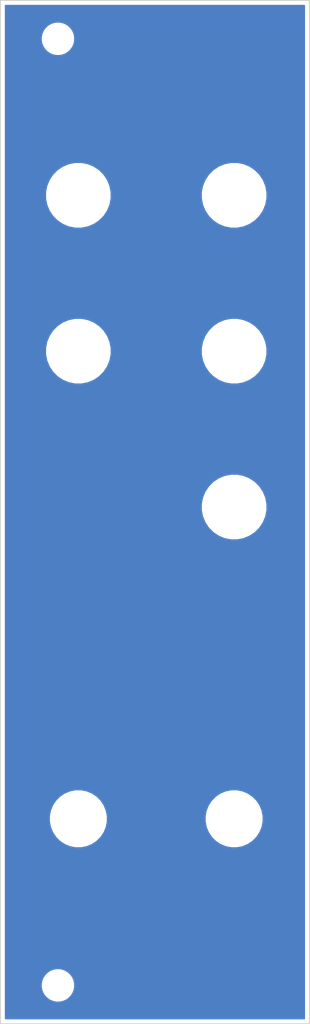
<source format=kicad_pcb>
(kicad_pcb (version 20171130) (host pcbnew 5.1.5-52549c5~84~ubuntu19.04.1)

  (general
    (thickness 1.6)
    (drawings 11)
    (tracks 0)
    (zones 0)
    (modules 9)
    (nets 1)
  )

  (page A4)
  (title_block
    (title Metalizer)
    (date 2020-02-15)
    (rev R01)
    (comment 1 "Original design by Yves Usson")
    (comment 2 "PCB for panel")
    (comment 4 "License CC BY 4.0 - Attribution 4.0 International")
  )

  (layers
    (0 F.Cu signal)
    (31 B.Cu signal)
    (32 B.Adhes user)
    (33 F.Adhes user)
    (34 B.Paste user)
    (35 F.Paste user)
    (36 B.SilkS user)
    (37 F.SilkS user)
    (38 B.Mask user)
    (39 F.Mask user)
    (40 Dwgs.User user)
    (41 Cmts.User user)
    (42 Eco1.User user)
    (43 Eco2.User user)
    (44 Edge.Cuts user)
    (45 Margin user)
    (46 B.CrtYd user)
    (47 F.CrtYd user)
    (48 B.Fab user)
    (49 F.Fab user)
  )

  (setup
    (last_trace_width 0.25)
    (trace_clearance 0.2)
    (zone_clearance 0.508)
    (zone_45_only no)
    (trace_min 0.2)
    (via_size 0.8)
    (via_drill 0.4)
    (via_min_size 0.4)
    (via_min_drill 0.3)
    (uvia_size 0.3)
    (uvia_drill 0.1)
    (uvias_allowed no)
    (uvia_min_size 0.2)
    (uvia_min_drill 0.1)
    (edge_width 0.05)
    (segment_width 0.2)
    (pcb_text_width 0.3)
    (pcb_text_size 1.5 1.5)
    (mod_edge_width 0.12)
    (mod_text_size 1 1)
    (mod_text_width 0.15)
    (pad_size 3.2 3.2)
    (pad_drill 3.2)
    (pad_to_mask_clearance 0.051)
    (solder_mask_min_width 0.25)
    (aux_axis_origin 0 0)
    (visible_elements FFFFFF7F)
    (pcbplotparams
      (layerselection 0x010fc_ffffffff)
      (usegerberextensions false)
      (usegerberattributes false)
      (usegerberadvancedattributes false)
      (creategerberjobfile false)
      (excludeedgelayer true)
      (linewidth 0.100000)
      (plotframeref false)
      (viasonmask false)
      (mode 1)
      (useauxorigin false)
      (hpglpennumber 1)
      (hpglpenspeed 20)
      (hpglpendiameter 15.000000)
      (psnegative false)
      (psa4output false)
      (plotreference true)
      (plotvalue true)
      (plotinvisibletext false)
      (padsonsilk false)
      (subtractmaskfromsilk false)
      (outputformat 1)
      (mirror false)
      (drillshape 0)
      (scaleselection 1)
      (outputdirectory "gerbers"))
  )

  (net 0 "")

  (net_class Default "This is the default net class."
    (clearance 0.2)
    (trace_width 0.25)
    (via_dia 0.8)
    (via_drill 0.4)
    (uvia_dia 0.3)
    (uvia_drill 0.1)
  )

  (module elektrophon:panel_potentiometer (layer F.Cu) (tedit 5DA46CEF) (tstamp 5E4009DE)
    (at 35.56 71.12)
    (descr "Mounting Hole 8.4mm, no annular, M8")
    (tags "mounting hole 8.4mm no annular m8")
    (path /5E400CC0)
    (attr virtual)
    (fp_text reference H2 (at 0 -9.4) (layer F.SilkS) hide
      (effects (font (size 1 1) (thickness 0.15)))
    )
    (fp_text value cv (at 0 9.144) (layer F.Mask)
      (effects (font (size 2 1.4) (thickness 0.25)))
    )
    (fp_circle (center 0 0) (end 6.6 0) (layer F.CrtYd) (width 0.05))
    (fp_circle (center 0 0) (end 6.35 0) (layer Cmts.User) (width 0.15))
    (fp_text user %R (at 0.3 0) (layer F.Fab)
      (effects (font (size 1 1) (thickness 0.15)))
    )
    (pad "" np_thru_hole circle (at 0 0) (size 7.4 7.4) (drill 7.4) (layers *.Cu *.Mask))
    (model "${KIPRJMOD}/../../../lib/kicad/models/chroma cap.step"
      (offset (xyz 0 0 8))
      (scale (xyz 1 1 1))
      (rotate (xyz -90 0 0))
    )
  )

  (module elektrophon:panel_potentiometer (layer F.Cu) (tedit 5DA46CEF) (tstamp 5E4009D6)
    (at 35.56 50.8)
    (descr "Mounting Hole 8.4mm, no annular, M8")
    (tags "mounting hole 8.4mm no annular m8")
    (path /5E400AEC)
    (attr virtual)
    (fp_text reference H1 (at 0 -9.4) (layer F.SilkS) hide
      (effects (font (size 1 1) (thickness 0.15)))
    )
    (fp_text value cv (at 0 9.144) (layer F.Mask)
      (effects (font (size 2 1.4) (thickness 0.25)))
    )
    (fp_circle (center 0 0) (end 6.6 0) (layer F.CrtYd) (width 0.05))
    (fp_circle (center 0 0) (end 6.35 0) (layer Cmts.User) (width 0.15))
    (fp_text user %R (at 0.3 0) (layer F.Fab)
      (effects (font (size 1 1) (thickness 0.15)))
    )
    (pad "" np_thru_hole circle (at 0 0) (size 7.4 7.4) (drill 7.4) (layers *.Cu *.Mask))
    (model "${KIPRJMOD}/../../../lib/kicad/models/chroma cap.step"
      (offset (xyz 0 0 8))
      (scale (xyz 1 1 1))
      (rotate (xyz -90 0 0))
    )
  )

  (module elektrophon:panel_potentiometer (layer F.Cu) (tedit 5DA46CEF) (tstamp 5D74AE4D)
    (at 55.88 50.8)
    (descr "Mounting Hole 8.4mm, no annular, M8")
    (tags "mounting hole 8.4mm no annular m8")
    (path /5D743CB7)
    (attr virtual)
    (fp_text reference H4 (at 0 -9.4) (layer F.SilkS) hide
      (effects (font (size 1 1) (thickness 0.15)))
    )
    (fp_text value atten (at 0 9.144) (layer F.Mask) hide
      (effects (font (size 2 1.4) (thickness 0.25)))
    )
    (fp_circle (center 0 0) (end 6.6 0) (layer F.CrtYd) (width 0.05))
    (fp_circle (center 0 0) (end 6.35 0) (layer Cmts.User) (width 0.15))
    (fp_text user %R (at 0.3 0) (layer F.Fab) hide
      (effects (font (size 1 1) (thickness 0.15)))
    )
    (pad "" np_thru_hole circle (at 0 0) (size 7.4 7.4) (drill 7.4) (layers *.Cu *.Mask))
    (model "${KIPRJMOD}/../../../lib/kicad/models/chroma cap.step"
      (offset (xyz 0 0 8))
      (scale (xyz 1 1 1))
      (rotate (xyz -90 0 0))
    )
  )

  (module MountingHole:MountingHole_3.2mm_M3 (layer F.Cu) (tedit 56D1B4CB) (tstamp 5D74B485)
    (at 32.9 30.4)
    (descr "Mounting Hole 3.2mm, no annular, M3")
    (tags "mounting hole 3.2mm no annular m3")
    (path /5D74E4E8)
    (attr virtual)
    (fp_text reference H8 (at 0 -4.2) (layer F.SilkS) hide
      (effects (font (size 1 1) (thickness 0.15)))
    )
    (fp_text value MountingHole (at 0 4.2) (layer F.Fab) hide
      (effects (font (size 1 1) (thickness 0.15)))
    )
    (fp_circle (center 0 0) (end 3.45 0) (layer F.CrtYd) (width 0.05))
    (fp_circle (center 0 0) (end 3.2 0) (layer Cmts.User) (width 0.15))
    (fp_text user %R (at 0.3 0) (layer F.Fab) hide
      (effects (font (size 1 1) (thickness 0.15)))
    )
    (pad 1 np_thru_hole circle (at 0 0) (size 3.2 3.2) (drill 3.2) (layers *.Cu *.Mask))
  )

  (module MountingHole:MountingHole_3.2mm_M3 (layer F.Cu) (tedit 56D1B4CB) (tstamp 5D74B47D)
    (at 32.9 153.8)
    (descr "Mounting Hole 3.2mm, no annular, M3")
    (tags "mounting hole 3.2mm no annular m3")
    (path /5D74E339)
    (attr virtual)
    (fp_text reference H9 (at 0 -4.2) (layer F.SilkS) hide
      (effects (font (size 1 1) (thickness 0.15)))
    )
    (fp_text value MountingHole (at 0 4.2) (layer F.Fab) hide
      (effects (font (size 1 1) (thickness 0.15)))
    )
    (fp_circle (center 0 0) (end 3.45 0) (layer F.CrtYd) (width 0.05))
    (fp_circle (center 0 0) (end 3.2 0) (layer Cmts.User) (width 0.15))
    (fp_text user %R (at 0.3 0) (layer F.Fab) hide
      (effects (font (size 1 1) (thickness 0.15)))
    )
    (pad 1 np_thru_hole circle (at 0 0) (size 3.2 3.2) (drill 3.2) (layers *.Cu *.Mask))
  )

  (module elektrophon:panel_jack (layer F.Cu) (tedit 5DA46DDA) (tstamp 5D74AE6D)
    (at 55.88 132.08)
    (descr "Mounting Hole 8.4mm, no annular, M8")
    (tags "mounting hole 8.4mm no annular m8")
    (path /5D745729)
    (attr virtual)
    (fp_text reference H7 (at 0 -9.4) (layer F.SilkS) hide
      (effects (font (size 1 1) (thickness 0.15)))
    )
    (fp_text value OUT (at 0 9.144) (layer F.Mask) hide
      (effects (font (size 2 1.4) (thickness 0.25)))
    )
    (fp_circle (center 0 0) (end 4.2 0) (layer F.CrtYd) (width 0.05))
    (fp_circle (center 0 0) (end 4 0) (layer Cmts.User) (width 0.15))
    (fp_text user %R (at 0.3 0) (layer F.Fab) hide
      (effects (font (size 1 1) (thickness 0.15)))
    )
    (pad "" np_thru_hole circle (at 0 0) (size 6.4 6.4) (drill 6.4) (layers *.Cu *.Mask))
    (model "${KIPRJMOD}/../../../lib/kicad/models/PJ301M-12 Thonkiconn v0.2.stp"
      (offset (xyz 0 0.8 -10.5))
      (scale (xyz 1 1 1))
      (rotate (xyz 0 0 0))
    )
  )

  (module elektrophon:panel_potentiometer (layer F.Cu) (tedit 5DA46CEF) (tstamp 5D74AE5D)
    (at 55.88 91.44)
    (descr "Mounting Hole 8.4mm, no annular, M8")
    (tags "mounting hole 8.4mm no annular m8")
    (path /5D743CC3)
    (attr virtual)
    (fp_text reference H6 (at 0 -9.4) (layer F.SilkS) hide
      (effects (font (size 1 1) (thickness 0.15)))
    )
    (fp_text value shape (at 0 9.144) (layer F.Mask) hide
      (effects (font (size 2 1.4) (thickness 0.25)))
    )
    (fp_circle (center 0 0) (end 6.6 0) (layer F.CrtYd) (width 0.05))
    (fp_circle (center 0 0) (end 6.35 0) (layer Cmts.User) (width 0.15))
    (fp_text user %R (at 0.3 0) (layer F.Fab) hide
      (effects (font (size 1 1) (thickness 0.15)))
    )
    (pad "" np_thru_hole circle (at 0 0) (size 7.4 7.4) (drill 7.4) (layers *.Cu *.Mask))
    (model "${KIPRJMOD}/../../../lib/kicad/models/chroma cap.step"
      (offset (xyz 0 0 8))
      (scale (xyz 1 1 1))
      (rotate (xyz -90 0 0))
    )
  )

  (module elektrophon:panel_potentiometer (layer F.Cu) (tedit 5DA46CEF) (tstamp 5D74AE55)
    (at 55.88 71.12)
    (descr "Mounting Hole 8.4mm, no annular, M8")
    (tags "mounting hole 8.4mm no annular m8")
    (path /5D743CBD)
    (attr virtual)
    (fp_text reference H5 (at 0 -9.4) (layer F.SilkS) hide
      (effects (font (size 1 1) (thickness 0.15)))
    )
    (fp_text value atten (at 0 9.144) (layer F.Mask) hide
      (effects (font (size 2 1.4) (thickness 0.25)))
    )
    (fp_circle (center 0 0) (end 6.6 0) (layer F.CrtYd) (width 0.05))
    (fp_circle (center 0 0) (end 6.35 0) (layer Cmts.User) (width 0.15))
    (fp_text user %R (at 0.3 0) (layer F.Fab) hide
      (effects (font (size 1 1) (thickness 0.15)))
    )
    (pad "" np_thru_hole circle (at 0 0) (size 7.4 7.4) (drill 7.4) (layers *.Cu *.Mask))
    (model "${KIPRJMOD}/../../../lib/kicad/models/chroma cap.step"
      (offset (xyz 0 0 8))
      (scale (xyz 1 1 1))
      (rotate (xyz -90 0 0))
    )
  )

  (module elektrophon:panel_jack (layer F.Cu) (tedit 5DA46DDA) (tstamp 5D74AE25)
    (at 35.56 132.08)
    (descr "Mounting Hole 8.4mm, no annular, M8")
    (tags "mounting hole 8.4mm no annular m8")
    (path /5D74571D)
    (attr virtual)
    (fp_text reference H3 (at 0 -9.4) (layer F.SilkS) hide
      (effects (font (size 1 1) (thickness 0.15)))
    )
    (fp_text value IN (at 0 9.144) (layer F.Mask) hide
      (effects (font (size 2 1.4) (thickness 0.25)))
    )
    (fp_circle (center 0 0) (end 4.2 0) (layer F.CrtYd) (width 0.05))
    (fp_circle (center 0 0) (end 4 0) (layer Cmts.User) (width 0.15))
    (fp_text user %R (at 0.3 0) (layer F.Fab) hide
      (effects (font (size 1 1) (thickness 0.15)))
    )
    (pad "" np_thru_hole circle (at 0 0) (size 6.4 6.4) (drill 6.4) (layers *.Cu *.Mask))
    (model "${KIPRJMOD}/../../../lib/kicad/models/PJ301M-12 Thonkiconn v0.2.stp"
      (offset (xyz 0 0.8 -10.5))
      (scale (xyz 1 1 1))
      (rotate (xyz 0 0 0))
    )
  )

  (gr_line (start 55.88 71.12) (end 35.56 71.12) (layer F.Mask) (width 0.25))
  (gr_line (start 35.56 50.8) (end 55.88 50.8) (layer F.Mask) (width 0.25))
  (gr_text out (at 55.88 141.224) (layer F.Mask) (tstamp 5D7E1926)
    (effects (font (size 2 1.4) (thickness 0.25)))
  )
  (gr_text in (at 35.56 141.224) (layer F.Mask) (tstamp 5D7E1924)
    (effects (font (size 2 1.4) (thickness 0.25)))
  )
  (gr_text shape (at 55.88 100.584) (layer F.Mask) (tstamp 5D7E17E2)
    (effects (font (size 2 1.4) (thickness 0.25)))
  )
  (gr_text R01 (at 60.96 153.8) (layer F.Cu)
    (effects (font (size 2 1.4) (thickness 0.25)))
  )
  (gr_text metalizer (at 35.56 104.14 90) (layer F.Mask)
    (effects (font (size 3 3) (thickness 0.35)))
  )
  (gr_line (start 65.7 158.8) (end 25.4 158.8) (layer Edge.Cuts) (width 0.12))
  (gr_line (start 65.7 25.4) (end 65.7 158.8) (layer Edge.Cuts) (width 0.12))
  (gr_line (start 25.4 25.4) (end 25.4 158.8) (layer Edge.Cuts) (width 0.12))
  (gr_line (start 25.4 25.4) (end 65.7 25.4) (layer Edge.Cuts) (width 0.12))

  (zone (net 0) (net_name "") (layer B.Cu) (tstamp 0) (hatch edge 0.508)
    (connect_pads (clearance 0.508))
    (min_thickness 0.254)
    (fill yes (arc_segments 32) (thermal_gap 0.508) (thermal_bridge_width 0.508))
    (polygon
      (pts
        (xy 65.786 158.75) (xy 25.4 158.75) (xy 25.4 25.4) (xy 65.786 25.4)
      )
    )
    (filled_polygon
      (pts
        (xy 65.005001 158.105) (xy 26.095 158.105) (xy 26.095 153.579872) (xy 30.665 153.579872) (xy 30.665 154.020128)
        (xy 30.75089 154.451925) (xy 30.919369 154.858669) (xy 31.163962 155.224729) (xy 31.475271 155.536038) (xy 31.841331 155.780631)
        (xy 32.248075 155.94911) (xy 32.679872 156.035) (xy 33.120128 156.035) (xy 33.551925 155.94911) (xy 33.958669 155.780631)
        (xy 34.324729 155.536038) (xy 34.636038 155.224729) (xy 34.880631 154.858669) (xy 35.04911 154.451925) (xy 35.135 154.020128)
        (xy 35.135 153.579872) (xy 35.04911 153.148075) (xy 34.880631 152.741331) (xy 34.636038 152.375271) (xy 34.324729 152.063962)
        (xy 33.958669 151.819369) (xy 33.551925 151.65089) (xy 33.120128 151.565) (xy 32.679872 151.565) (xy 32.248075 151.65089)
        (xy 31.841331 151.819369) (xy 31.475271 152.063962) (xy 31.163962 152.375271) (xy 30.919369 152.741331) (xy 30.75089 153.148075)
        (xy 30.665 153.579872) (xy 26.095 153.579872) (xy 26.095 131.702285) (xy 31.725 131.702285) (xy 31.725 132.457715)
        (xy 31.872377 133.198628) (xy 32.161467 133.896554) (xy 32.581161 134.52467) (xy 33.11533 135.058839) (xy 33.743446 135.478533)
        (xy 34.441372 135.767623) (xy 35.182285 135.915) (xy 35.937715 135.915) (xy 36.678628 135.767623) (xy 37.376554 135.478533)
        (xy 38.00467 135.058839) (xy 38.538839 134.52467) (xy 38.958533 133.896554) (xy 39.247623 133.198628) (xy 39.395 132.457715)
        (xy 39.395 131.702285) (xy 52.045 131.702285) (xy 52.045 132.457715) (xy 52.192377 133.198628) (xy 52.481467 133.896554)
        (xy 52.901161 134.52467) (xy 53.43533 135.058839) (xy 54.063446 135.478533) (xy 54.761372 135.767623) (xy 55.502285 135.915)
        (xy 56.257715 135.915) (xy 56.998628 135.767623) (xy 57.696554 135.478533) (xy 58.32467 135.058839) (xy 58.858839 134.52467)
        (xy 59.278533 133.896554) (xy 59.567623 133.198628) (xy 59.715 132.457715) (xy 59.715 131.702285) (xy 59.567623 130.961372)
        (xy 59.278533 130.263446) (xy 58.858839 129.63533) (xy 58.32467 129.101161) (xy 57.696554 128.681467) (xy 56.998628 128.392377)
        (xy 56.257715 128.245) (xy 55.502285 128.245) (xy 54.761372 128.392377) (xy 54.063446 128.681467) (xy 53.43533 129.101161)
        (xy 52.901161 129.63533) (xy 52.481467 130.263446) (xy 52.192377 130.961372) (xy 52.045 131.702285) (xy 39.395 131.702285)
        (xy 39.247623 130.961372) (xy 38.958533 130.263446) (xy 38.538839 129.63533) (xy 38.00467 129.101161) (xy 37.376554 128.681467)
        (xy 36.678628 128.392377) (xy 35.937715 128.245) (xy 35.182285 128.245) (xy 34.441372 128.392377) (xy 33.743446 128.681467)
        (xy 33.11533 129.101161) (xy 32.581161 129.63533) (xy 32.161467 130.263446) (xy 31.872377 130.961372) (xy 31.725 131.702285)
        (xy 26.095 131.702285) (xy 26.095 91.01304) (xy 51.545 91.01304) (xy 51.545 91.86696) (xy 51.711592 92.704473)
        (xy 52.038373 93.493392) (xy 52.512786 94.203401) (xy 53.116599 94.807214) (xy 53.826608 95.281627) (xy 54.615527 95.608408)
        (xy 55.45304 95.775) (xy 56.30696 95.775) (xy 57.144473 95.608408) (xy 57.933392 95.281627) (xy 58.643401 94.807214)
        (xy 59.247214 94.203401) (xy 59.721627 93.493392) (xy 60.048408 92.704473) (xy 60.215 91.86696) (xy 60.215 91.01304)
        (xy 60.048408 90.175527) (xy 59.721627 89.386608) (xy 59.247214 88.676599) (xy 58.643401 88.072786) (xy 57.933392 87.598373)
        (xy 57.144473 87.271592) (xy 56.30696 87.105) (xy 55.45304 87.105) (xy 54.615527 87.271592) (xy 53.826608 87.598373)
        (xy 53.116599 88.072786) (xy 52.512786 88.676599) (xy 52.038373 89.386608) (xy 51.711592 90.175527) (xy 51.545 91.01304)
        (xy 26.095 91.01304) (xy 26.095 70.69304) (xy 31.225 70.69304) (xy 31.225 71.54696) (xy 31.391592 72.384473)
        (xy 31.718373 73.173392) (xy 32.192786 73.883401) (xy 32.796599 74.487214) (xy 33.506608 74.961627) (xy 34.295527 75.288408)
        (xy 35.13304 75.455) (xy 35.98696 75.455) (xy 36.824473 75.288408) (xy 37.613392 74.961627) (xy 38.323401 74.487214)
        (xy 38.927214 73.883401) (xy 39.401627 73.173392) (xy 39.728408 72.384473) (xy 39.895 71.54696) (xy 39.895 70.69304)
        (xy 51.545 70.69304) (xy 51.545 71.54696) (xy 51.711592 72.384473) (xy 52.038373 73.173392) (xy 52.512786 73.883401)
        (xy 53.116599 74.487214) (xy 53.826608 74.961627) (xy 54.615527 75.288408) (xy 55.45304 75.455) (xy 56.30696 75.455)
        (xy 57.144473 75.288408) (xy 57.933392 74.961627) (xy 58.643401 74.487214) (xy 59.247214 73.883401) (xy 59.721627 73.173392)
        (xy 60.048408 72.384473) (xy 60.215 71.54696) (xy 60.215 70.69304) (xy 60.048408 69.855527) (xy 59.721627 69.066608)
        (xy 59.247214 68.356599) (xy 58.643401 67.752786) (xy 57.933392 67.278373) (xy 57.144473 66.951592) (xy 56.30696 66.785)
        (xy 55.45304 66.785) (xy 54.615527 66.951592) (xy 53.826608 67.278373) (xy 53.116599 67.752786) (xy 52.512786 68.356599)
        (xy 52.038373 69.066608) (xy 51.711592 69.855527) (xy 51.545 70.69304) (xy 39.895 70.69304) (xy 39.728408 69.855527)
        (xy 39.401627 69.066608) (xy 38.927214 68.356599) (xy 38.323401 67.752786) (xy 37.613392 67.278373) (xy 36.824473 66.951592)
        (xy 35.98696 66.785) (xy 35.13304 66.785) (xy 34.295527 66.951592) (xy 33.506608 67.278373) (xy 32.796599 67.752786)
        (xy 32.192786 68.356599) (xy 31.718373 69.066608) (xy 31.391592 69.855527) (xy 31.225 70.69304) (xy 26.095 70.69304)
        (xy 26.095 50.37304) (xy 31.225 50.37304) (xy 31.225 51.22696) (xy 31.391592 52.064473) (xy 31.718373 52.853392)
        (xy 32.192786 53.563401) (xy 32.796599 54.167214) (xy 33.506608 54.641627) (xy 34.295527 54.968408) (xy 35.13304 55.135)
        (xy 35.98696 55.135) (xy 36.824473 54.968408) (xy 37.613392 54.641627) (xy 38.323401 54.167214) (xy 38.927214 53.563401)
        (xy 39.401627 52.853392) (xy 39.728408 52.064473) (xy 39.895 51.22696) (xy 39.895 50.37304) (xy 51.545 50.37304)
        (xy 51.545 51.22696) (xy 51.711592 52.064473) (xy 52.038373 52.853392) (xy 52.512786 53.563401) (xy 53.116599 54.167214)
        (xy 53.826608 54.641627) (xy 54.615527 54.968408) (xy 55.45304 55.135) (xy 56.30696 55.135) (xy 57.144473 54.968408)
        (xy 57.933392 54.641627) (xy 58.643401 54.167214) (xy 59.247214 53.563401) (xy 59.721627 52.853392) (xy 60.048408 52.064473)
        (xy 60.215 51.22696) (xy 60.215 50.37304) (xy 60.048408 49.535527) (xy 59.721627 48.746608) (xy 59.247214 48.036599)
        (xy 58.643401 47.432786) (xy 57.933392 46.958373) (xy 57.144473 46.631592) (xy 56.30696 46.465) (xy 55.45304 46.465)
        (xy 54.615527 46.631592) (xy 53.826608 46.958373) (xy 53.116599 47.432786) (xy 52.512786 48.036599) (xy 52.038373 48.746608)
        (xy 51.711592 49.535527) (xy 51.545 50.37304) (xy 39.895 50.37304) (xy 39.728408 49.535527) (xy 39.401627 48.746608)
        (xy 38.927214 48.036599) (xy 38.323401 47.432786) (xy 37.613392 46.958373) (xy 36.824473 46.631592) (xy 35.98696 46.465)
        (xy 35.13304 46.465) (xy 34.295527 46.631592) (xy 33.506608 46.958373) (xy 32.796599 47.432786) (xy 32.192786 48.036599)
        (xy 31.718373 48.746608) (xy 31.391592 49.535527) (xy 31.225 50.37304) (xy 26.095 50.37304) (xy 26.095 30.179872)
        (xy 30.665 30.179872) (xy 30.665 30.620128) (xy 30.75089 31.051925) (xy 30.919369 31.458669) (xy 31.163962 31.824729)
        (xy 31.475271 32.136038) (xy 31.841331 32.380631) (xy 32.248075 32.54911) (xy 32.679872 32.635) (xy 33.120128 32.635)
        (xy 33.551925 32.54911) (xy 33.958669 32.380631) (xy 34.324729 32.136038) (xy 34.636038 31.824729) (xy 34.880631 31.458669)
        (xy 35.04911 31.051925) (xy 35.135 30.620128) (xy 35.135 30.179872) (xy 35.04911 29.748075) (xy 34.880631 29.341331)
        (xy 34.636038 28.975271) (xy 34.324729 28.663962) (xy 33.958669 28.419369) (xy 33.551925 28.25089) (xy 33.120128 28.165)
        (xy 32.679872 28.165) (xy 32.248075 28.25089) (xy 31.841331 28.419369) (xy 31.475271 28.663962) (xy 31.163962 28.975271)
        (xy 30.919369 29.341331) (xy 30.75089 29.748075) (xy 30.665 30.179872) (xy 26.095 30.179872) (xy 26.095 26.095)
        (xy 65.005 26.095)
      )
    )
  )
)

</source>
